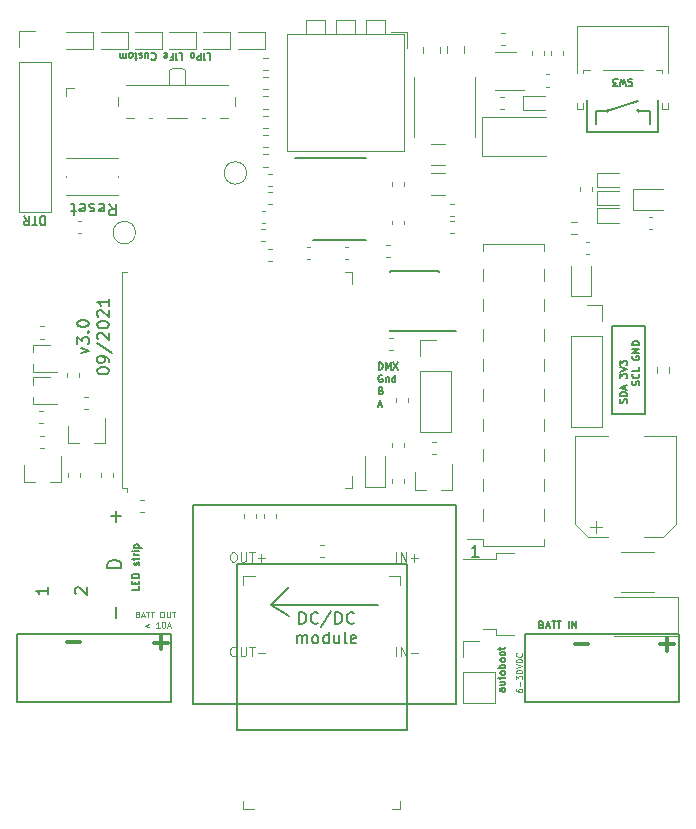
<source format=gto>
G04 #@! TF.GenerationSoftware,KiCad,Pcbnew,5.1.10*
G04 #@! TF.CreationDate,2021-09-13T08:22:59+02:00*
G04 #@! TF.ProjectId,KXKM_ESP32_battery_management_board,4b584b4d-5f45-4535-9033-325f62617474,3.0*
G04 #@! TF.SameCoordinates,PX623a7c0PY839b680*
G04 #@! TF.FileFunction,Legend,Top*
G04 #@! TF.FilePolarity,Positive*
%FSLAX46Y46*%
G04 Gerber Fmt 4.6, Leading zero omitted, Abs format (unit mm)*
G04 Created by KiCad (PCBNEW 5.1.10) date 2021-09-13 08:22:59*
%MOMM*%
%LPD*%
G01*
G04 APERTURE LIST*
%ADD10C,0.300000*%
%ADD11C,0.150000*%
%ADD12C,0.200000*%
%ADD13C,0.125000*%
%ADD14C,0.120000*%
%ADD15C,0.100000*%
G04 APERTURE END LIST*
D10*
X4428571Y5342858D02*
X5571428Y5342858D01*
D11*
X41521428Y1428572D02*
X41207142Y1428572D01*
X41150000Y1400000D01*
X41121428Y1342858D01*
X41121428Y1228572D01*
X41150000Y1171429D01*
X41492857Y1428572D02*
X41521428Y1371429D01*
X41521428Y1228572D01*
X41492857Y1171429D01*
X41435714Y1142858D01*
X41378571Y1142858D01*
X41321428Y1171429D01*
X41292857Y1228572D01*
X41292857Y1371429D01*
X41264285Y1428572D01*
X41121428Y1971429D02*
X41521428Y1971429D01*
X41121428Y1714286D02*
X41435714Y1714286D01*
X41492857Y1742858D01*
X41521428Y1800000D01*
X41521428Y1885715D01*
X41492857Y1942858D01*
X41464285Y1971429D01*
X41121428Y2171429D02*
X41121428Y2400000D01*
X40921428Y2257143D02*
X41435714Y2257143D01*
X41492857Y2285715D01*
X41521428Y2342858D01*
X41521428Y2400000D01*
X41521428Y2685715D02*
X41492857Y2628572D01*
X41464285Y2600000D01*
X41407142Y2571429D01*
X41235714Y2571429D01*
X41178571Y2600000D01*
X41150000Y2628572D01*
X41121428Y2685715D01*
X41121428Y2771429D01*
X41150000Y2828572D01*
X41178571Y2857143D01*
X41235714Y2885715D01*
X41407142Y2885715D01*
X41464285Y2857143D01*
X41492857Y2828572D01*
X41521428Y2771429D01*
X41521428Y2685715D01*
X41521428Y3142858D02*
X40921428Y3142858D01*
X41150000Y3142858D02*
X41121428Y3200000D01*
X41121428Y3314286D01*
X41150000Y3371429D01*
X41178571Y3400000D01*
X41235714Y3428572D01*
X41407142Y3428572D01*
X41464285Y3400000D01*
X41492857Y3371429D01*
X41521428Y3314286D01*
X41521428Y3200000D01*
X41492857Y3142858D01*
X41521428Y3771429D02*
X41492857Y3714286D01*
X41464285Y3685715D01*
X41407142Y3657143D01*
X41235714Y3657143D01*
X41178571Y3685715D01*
X41150000Y3714286D01*
X41121428Y3771429D01*
X41121428Y3857143D01*
X41150000Y3914286D01*
X41178571Y3942858D01*
X41235714Y3971429D01*
X41407142Y3971429D01*
X41464285Y3942858D01*
X41492857Y3914286D01*
X41521428Y3857143D01*
X41521428Y3771429D01*
X41521428Y4314286D02*
X41492857Y4257143D01*
X41464285Y4228572D01*
X41407142Y4200000D01*
X41235714Y4200000D01*
X41178571Y4228572D01*
X41150000Y4257143D01*
X41121428Y4314286D01*
X41121428Y4400000D01*
X41150000Y4457143D01*
X41178571Y4485715D01*
X41235714Y4514286D01*
X41407142Y4514286D01*
X41464285Y4485715D01*
X41492857Y4457143D01*
X41521428Y4400000D01*
X41521428Y4314286D01*
X41121428Y4685715D02*
X41121428Y4914286D01*
X40921428Y4771429D02*
X41435714Y4771429D01*
X41492857Y4800000D01*
X41521428Y4857143D01*
X41521428Y4914286D01*
D12*
X8595714Y7357143D02*
X8595714Y8271429D01*
X9052857Y11585715D02*
X7852857Y11585715D01*
X7852857Y11871429D01*
X7910000Y12042858D01*
X8024285Y12157143D01*
X8138571Y12214286D01*
X8367142Y12271429D01*
X8538571Y12271429D01*
X8767142Y12214286D01*
X8881428Y12157143D01*
X8995714Y12042858D01*
X9052857Y11871429D01*
X9052857Y11585715D01*
X8595714Y15528572D02*
X8595714Y16442858D01*
X9052857Y15985715D02*
X8138571Y15985715D01*
D11*
X2812380Y9975715D02*
X2812380Y9404286D01*
X2812380Y9690000D02*
X1812380Y9690000D01*
X1955238Y9594762D01*
X2050476Y9499524D01*
X2098095Y9404286D01*
X5207619Y9404286D02*
X5160000Y9451905D01*
X5112380Y9547143D01*
X5112380Y9785239D01*
X5160000Y9880477D01*
X5207619Y9928096D01*
X5302857Y9975715D01*
X5398095Y9975715D01*
X5540952Y9928096D01*
X6112380Y9356667D01*
X6112380Y9975715D01*
X10551428Y10041429D02*
X10551428Y9755715D01*
X9951428Y9755715D01*
X10237142Y10241429D02*
X10237142Y10441429D01*
X10551428Y10527143D02*
X10551428Y10241429D01*
X9951428Y10241429D01*
X9951428Y10527143D01*
X10551428Y10784286D02*
X9951428Y10784286D01*
X9951428Y10927143D01*
X9980000Y11012858D01*
X10037142Y11070000D01*
X10094285Y11098572D01*
X10208571Y11127143D01*
X10294285Y11127143D01*
X10408571Y11098572D01*
X10465714Y11070000D01*
X10522857Y11012858D01*
X10551428Y10927143D01*
X10551428Y10784286D01*
X10522857Y11812858D02*
X10551428Y11870000D01*
X10551428Y11984286D01*
X10522857Y12041429D01*
X10465714Y12070000D01*
X10437142Y12070000D01*
X10380000Y12041429D01*
X10351428Y11984286D01*
X10351428Y11898572D01*
X10322857Y11841429D01*
X10265714Y11812858D01*
X10237142Y11812858D01*
X10180000Y11841429D01*
X10151428Y11898572D01*
X10151428Y11984286D01*
X10180000Y12041429D01*
X10151428Y12241429D02*
X10151428Y12470000D01*
X9951428Y12327143D02*
X10465714Y12327143D01*
X10522857Y12355715D01*
X10551428Y12412858D01*
X10551428Y12470000D01*
X10551428Y12670000D02*
X10151428Y12670000D01*
X10265714Y12670000D02*
X10208571Y12698572D01*
X10180000Y12727143D01*
X10151428Y12784286D01*
X10151428Y12841429D01*
X10551428Y13041429D02*
X10151428Y13041429D01*
X9951428Y13041429D02*
X9980000Y13012858D01*
X10008571Y13041429D01*
X9980000Y13070000D01*
X9951428Y13041429D01*
X10008571Y13041429D01*
X10151428Y13327143D02*
X10751428Y13327143D01*
X10180000Y13327143D02*
X10151428Y13384286D01*
X10151428Y13498572D01*
X10180000Y13555715D01*
X10208571Y13584286D01*
X10265714Y13612858D01*
X10437142Y13612858D01*
X10494285Y13584286D01*
X10522857Y13555715D01*
X10551428Y13498572D01*
X10551428Y13384286D01*
X10522857Y13327143D01*
X44642857Y6792858D02*
X44728571Y6764286D01*
X44757142Y6735715D01*
X44785714Y6678572D01*
X44785714Y6592858D01*
X44757142Y6535715D01*
X44728571Y6507143D01*
X44671428Y6478572D01*
X44442857Y6478572D01*
X44442857Y7078572D01*
X44642857Y7078572D01*
X44700000Y7050000D01*
X44728571Y7021429D01*
X44757142Y6964286D01*
X44757142Y6907143D01*
X44728571Y6850000D01*
X44700000Y6821429D01*
X44642857Y6792858D01*
X44442857Y6792858D01*
X45014285Y6650000D02*
X45300000Y6650000D01*
X44957142Y6478572D02*
X45157142Y7078572D01*
X45357142Y6478572D01*
X45471428Y7078572D02*
X45814285Y7078572D01*
X45642857Y6478572D02*
X45642857Y7078572D01*
X45928571Y7078572D02*
X46271428Y7078572D01*
X46100000Y6478572D02*
X46100000Y7078572D01*
X46928571Y6478572D02*
X46928571Y7078572D01*
X47214285Y6478572D02*
X47214285Y7078572D01*
X47557142Y6478572D01*
X47557142Y7078572D01*
X13250000Y6000000D02*
X250000Y6000000D01*
X13250000Y250000D02*
X13250000Y6000000D01*
X250000Y250000D02*
X250000Y6000000D01*
X13250000Y250000D02*
X250000Y250000D01*
X56250000Y6000000D02*
X56250000Y250000D01*
X43250000Y6000000D02*
X56250000Y6000000D01*
X43250000Y250000D02*
X43250000Y6000000D01*
X56250000Y250000D02*
X43250000Y250000D01*
X53350000Y24600000D02*
X50600000Y24600000D01*
X53350000Y32100000D02*
X53350000Y24600000D01*
X50600000Y32100000D02*
X53350000Y32100000D01*
X50600000Y24600000D02*
X50600000Y32100000D01*
X51817857Y25564286D02*
X51846428Y25650000D01*
X51846428Y25792858D01*
X51817857Y25850000D01*
X51789285Y25878572D01*
X51732142Y25907143D01*
X51675000Y25907143D01*
X51617857Y25878572D01*
X51589285Y25850000D01*
X51560714Y25792858D01*
X51532142Y25678572D01*
X51503571Y25621429D01*
X51475000Y25592858D01*
X51417857Y25564286D01*
X51360714Y25564286D01*
X51303571Y25592858D01*
X51275000Y25621429D01*
X51246428Y25678572D01*
X51246428Y25821429D01*
X51275000Y25907143D01*
X51846428Y26164286D02*
X51246428Y26164286D01*
X51246428Y26307143D01*
X51275000Y26392858D01*
X51332142Y26450000D01*
X51389285Y26478572D01*
X51503571Y26507143D01*
X51589285Y26507143D01*
X51703571Y26478572D01*
X51760714Y26450000D01*
X51817857Y26392858D01*
X51846428Y26307143D01*
X51846428Y26164286D01*
X51675000Y26735715D02*
X51675000Y27021429D01*
X51846428Y26678572D02*
X51246428Y26878572D01*
X51846428Y27078572D01*
X51246428Y27678572D02*
X51246428Y28050000D01*
X51475000Y27850000D01*
X51475000Y27935715D01*
X51503571Y27992858D01*
X51532142Y28021429D01*
X51589285Y28050000D01*
X51732142Y28050000D01*
X51789285Y28021429D01*
X51817857Y27992858D01*
X51846428Y27935715D01*
X51846428Y27764286D01*
X51817857Y27707143D01*
X51789285Y27678572D01*
X51246428Y28221429D02*
X51846428Y28421429D01*
X51246428Y28621429D01*
X51246428Y28764286D02*
X51246428Y29135715D01*
X51475000Y28935715D01*
X51475000Y29021429D01*
X51503571Y29078572D01*
X51532142Y29107143D01*
X51589285Y29135715D01*
X51732142Y29135715D01*
X51789285Y29107143D01*
X51817857Y29078572D01*
X51846428Y29021429D01*
X51846428Y28850000D01*
X51817857Y28792858D01*
X51789285Y28764286D01*
X52867857Y27092858D02*
X52896428Y27178572D01*
X52896428Y27321429D01*
X52867857Y27378572D01*
X52839285Y27407143D01*
X52782142Y27435715D01*
X52725000Y27435715D01*
X52667857Y27407143D01*
X52639285Y27378572D01*
X52610714Y27321429D01*
X52582142Y27207143D01*
X52553571Y27150000D01*
X52525000Y27121429D01*
X52467857Y27092858D01*
X52410714Y27092858D01*
X52353571Y27121429D01*
X52325000Y27150000D01*
X52296428Y27207143D01*
X52296428Y27350000D01*
X52325000Y27435715D01*
X52839285Y28035715D02*
X52867857Y28007143D01*
X52896428Y27921429D01*
X52896428Y27864286D01*
X52867857Y27778572D01*
X52810714Y27721429D01*
X52753571Y27692858D01*
X52639285Y27664286D01*
X52553571Y27664286D01*
X52439285Y27692858D01*
X52382142Y27721429D01*
X52325000Y27778572D01*
X52296428Y27864286D01*
X52296428Y27921429D01*
X52325000Y28007143D01*
X52353571Y28035715D01*
X52896428Y28578572D02*
X52896428Y28292858D01*
X52296428Y28292858D01*
X52325000Y29550000D02*
X52296428Y29492858D01*
X52296428Y29407143D01*
X52325000Y29321429D01*
X52382142Y29264286D01*
X52439285Y29235715D01*
X52553571Y29207143D01*
X52639285Y29207143D01*
X52753571Y29235715D01*
X52810714Y29264286D01*
X52867857Y29321429D01*
X52896428Y29407143D01*
X52896428Y29464286D01*
X52867857Y29550000D01*
X52839285Y29578572D01*
X52639285Y29578572D01*
X52639285Y29464286D01*
X52896428Y29835715D02*
X52296428Y29835715D01*
X52896428Y30178572D01*
X52296428Y30178572D01*
X52896428Y30464286D02*
X52296428Y30464286D01*
X52296428Y30607143D01*
X52325000Y30692858D01*
X52382142Y30750000D01*
X52439285Y30778572D01*
X52553571Y30807143D01*
X52639285Y30807143D01*
X52753571Y30778572D01*
X52810714Y30750000D01*
X52867857Y30692858D01*
X52896428Y30607143D01*
X52896428Y30464286D01*
X30840357Y28403572D02*
X30840357Y29003572D01*
X30983214Y29003572D01*
X31068928Y28975000D01*
X31126071Y28917858D01*
X31154642Y28860715D01*
X31183214Y28746429D01*
X31183214Y28660715D01*
X31154642Y28546429D01*
X31126071Y28489286D01*
X31068928Y28432143D01*
X30983214Y28403572D01*
X30840357Y28403572D01*
X31440357Y28403572D02*
X31440357Y29003572D01*
X31640357Y28575000D01*
X31840357Y29003572D01*
X31840357Y28403572D01*
X32068928Y29003572D02*
X32468928Y28403572D01*
X32468928Y29003572D02*
X32068928Y28403572D01*
X31154642Y27925000D02*
X31097500Y27953572D01*
X31011785Y27953572D01*
X30926071Y27925000D01*
X30868928Y27867858D01*
X30840357Y27810715D01*
X30811785Y27696429D01*
X30811785Y27610715D01*
X30840357Y27496429D01*
X30868928Y27439286D01*
X30926071Y27382143D01*
X31011785Y27353572D01*
X31068928Y27353572D01*
X31154642Y27382143D01*
X31183214Y27410715D01*
X31183214Y27610715D01*
X31068928Y27610715D01*
X31440357Y27753572D02*
X31440357Y27353572D01*
X31440357Y27696429D02*
X31468928Y27725000D01*
X31526071Y27753572D01*
X31611785Y27753572D01*
X31668928Y27725000D01*
X31697500Y27667858D01*
X31697500Y27353572D01*
X32240357Y27353572D02*
X32240357Y27953572D01*
X32240357Y27382143D02*
X32183214Y27353572D01*
X32068928Y27353572D01*
X32011785Y27382143D01*
X31983214Y27410715D01*
X31954642Y27467858D01*
X31954642Y27639286D01*
X31983214Y27696429D01*
X32011785Y27725000D01*
X32068928Y27753572D01*
X32183214Y27753572D01*
X32240357Y27725000D01*
X31040357Y26617858D02*
X31126071Y26589286D01*
X31154642Y26560715D01*
X31183214Y26503572D01*
X31183214Y26417858D01*
X31154642Y26360715D01*
X31126071Y26332143D01*
X31068928Y26303572D01*
X30840357Y26303572D01*
X30840357Y26903572D01*
X31040357Y26903572D01*
X31097500Y26875000D01*
X31126071Y26846429D01*
X31154642Y26789286D01*
X31154642Y26732143D01*
X31126071Y26675000D01*
X31097500Y26646429D01*
X31040357Y26617858D01*
X30840357Y26617858D01*
X30811785Y25425000D02*
X31097500Y25425000D01*
X30754642Y25253572D02*
X30954642Y25853572D01*
X31154642Y25253572D01*
X2567142Y41401905D02*
X2567142Y40601905D01*
X2388571Y40601905D01*
X2281428Y40640000D01*
X2210000Y40716191D01*
X2174285Y40792381D01*
X2138571Y40944762D01*
X2138571Y41059048D01*
X2174285Y41211429D01*
X2210000Y41287620D01*
X2281428Y41363810D01*
X2388571Y41401905D01*
X2567142Y41401905D01*
X1924285Y40601905D02*
X1495714Y40601905D01*
X1710000Y41401905D02*
X1710000Y40601905D01*
X817142Y41401905D02*
X1067142Y41020953D01*
X1245714Y41401905D02*
X1245714Y40601905D01*
X960000Y40601905D01*
X888571Y40640000D01*
X852857Y40678096D01*
X817142Y40754286D01*
X817142Y40868572D01*
X852857Y40944762D01*
X888571Y40982858D01*
X960000Y41020953D01*
X1245714Y41020953D01*
D12*
X5635714Y29771429D02*
X6302380Y30009524D01*
X5635714Y30247620D01*
X5302380Y30533334D02*
X5302380Y31152381D01*
X5683333Y30819048D01*
X5683333Y30961905D01*
X5730952Y31057143D01*
X5778571Y31104762D01*
X5873809Y31152381D01*
X6111904Y31152381D01*
X6207142Y31104762D01*
X6254761Y31057143D01*
X6302380Y30961905D01*
X6302380Y30676191D01*
X6254761Y30580953D01*
X6207142Y30533334D01*
X6207142Y31580953D02*
X6254761Y31628572D01*
X6302380Y31580953D01*
X6254761Y31533334D01*
X6207142Y31580953D01*
X6302380Y31580953D01*
X5302380Y32247620D02*
X5302380Y32342858D01*
X5350000Y32438096D01*
X5397619Y32485715D01*
X5492857Y32533334D01*
X5683333Y32580953D01*
X5921428Y32580953D01*
X6111904Y32533334D01*
X6207142Y32485715D01*
X6254761Y32438096D01*
X6302380Y32342858D01*
X6302380Y32247620D01*
X6254761Y32152381D01*
X6207142Y32104762D01*
X6111904Y32057143D01*
X5921428Y32009524D01*
X5683333Y32009524D01*
X5492857Y32057143D01*
X5397619Y32104762D01*
X5350000Y32152381D01*
X5302380Y32247620D01*
X7002380Y28247620D02*
X7002380Y28342858D01*
X7050000Y28438096D01*
X7097619Y28485715D01*
X7192857Y28533334D01*
X7383333Y28580953D01*
X7621428Y28580953D01*
X7811904Y28533334D01*
X7907142Y28485715D01*
X7954761Y28438096D01*
X8002380Y28342858D01*
X8002380Y28247620D01*
X7954761Y28152381D01*
X7907142Y28104762D01*
X7811904Y28057143D01*
X7621428Y28009524D01*
X7383333Y28009524D01*
X7192857Y28057143D01*
X7097619Y28104762D01*
X7050000Y28152381D01*
X7002380Y28247620D01*
X8002380Y29057143D02*
X8002380Y29247620D01*
X7954761Y29342858D01*
X7907142Y29390477D01*
X7764285Y29485715D01*
X7573809Y29533334D01*
X7192857Y29533334D01*
X7097619Y29485715D01*
X7050000Y29438096D01*
X7002380Y29342858D01*
X7002380Y29152381D01*
X7050000Y29057143D01*
X7097619Y29009524D01*
X7192857Y28961905D01*
X7430952Y28961905D01*
X7526190Y29009524D01*
X7573809Y29057143D01*
X7621428Y29152381D01*
X7621428Y29342858D01*
X7573809Y29438096D01*
X7526190Y29485715D01*
X7430952Y29533334D01*
X6954761Y30676191D02*
X8240476Y29819048D01*
X7097619Y30961905D02*
X7050000Y31009524D01*
X7002380Y31104762D01*
X7002380Y31342858D01*
X7050000Y31438096D01*
X7097619Y31485715D01*
X7192857Y31533334D01*
X7288095Y31533334D01*
X7430952Y31485715D01*
X8002380Y30914286D01*
X8002380Y31533334D01*
X7002380Y32152381D02*
X7002380Y32247620D01*
X7050000Y32342858D01*
X7097619Y32390477D01*
X7192857Y32438096D01*
X7383333Y32485715D01*
X7621428Y32485715D01*
X7811904Y32438096D01*
X7907142Y32390477D01*
X7954761Y32342858D01*
X8002380Y32247620D01*
X8002380Y32152381D01*
X7954761Y32057143D01*
X7907142Y32009524D01*
X7811904Y31961905D01*
X7621428Y31914286D01*
X7383333Y31914286D01*
X7192857Y31961905D01*
X7097619Y32009524D01*
X7050000Y32057143D01*
X7002380Y32152381D01*
X7097619Y32866667D02*
X7050000Y32914286D01*
X7002380Y33009524D01*
X7002380Y33247620D01*
X7050000Y33342858D01*
X7097619Y33390477D01*
X7192857Y33438096D01*
X7288095Y33438096D01*
X7430952Y33390477D01*
X8002380Y32819048D01*
X8002380Y33438096D01*
X8002380Y34390477D02*
X8002380Y33819048D01*
X8002380Y34104762D02*
X7002380Y34104762D01*
X7145238Y34009524D01*
X7240476Y33914286D01*
X7288095Y33819048D01*
X39285714Y12547620D02*
X38714285Y12547620D01*
X39000000Y12547620D02*
X39000000Y13547620D01*
X38904761Y13404762D01*
X38809523Y13309524D01*
X38714285Y13261905D01*
D10*
X11828571Y5292858D02*
X12971428Y5292858D01*
X12400000Y4721429D02*
X12400000Y5864286D01*
X47428571Y5142858D02*
X48571428Y5142858D01*
X54678571Y5142858D02*
X55821428Y5142858D01*
X55250000Y4571429D02*
X55250000Y5714286D01*
D13*
X10445238Y7673215D02*
X10516666Y7649405D01*
X10540476Y7625596D01*
X10564285Y7577977D01*
X10564285Y7506548D01*
X10540476Y7458929D01*
X10516666Y7435120D01*
X10469047Y7411310D01*
X10278571Y7411310D01*
X10278571Y7911310D01*
X10445238Y7911310D01*
X10492857Y7887500D01*
X10516666Y7863691D01*
X10540476Y7816072D01*
X10540476Y7768453D01*
X10516666Y7720834D01*
X10492857Y7697024D01*
X10445238Y7673215D01*
X10278571Y7673215D01*
X10754761Y7554167D02*
X10992857Y7554167D01*
X10707142Y7411310D02*
X10873809Y7911310D01*
X11040476Y7411310D01*
X11135714Y7911310D02*
X11421428Y7911310D01*
X11278571Y7411310D02*
X11278571Y7911310D01*
X11516666Y7911310D02*
X11802380Y7911310D01*
X11659523Y7411310D02*
X11659523Y7911310D01*
X12445238Y7911310D02*
X12540476Y7911310D01*
X12588095Y7887500D01*
X12635714Y7839881D01*
X12659523Y7744643D01*
X12659523Y7577977D01*
X12635714Y7482739D01*
X12588095Y7435120D01*
X12540476Y7411310D01*
X12445238Y7411310D01*
X12397619Y7435120D01*
X12350000Y7482739D01*
X12326190Y7577977D01*
X12326190Y7744643D01*
X12350000Y7839881D01*
X12397619Y7887500D01*
X12445238Y7911310D01*
X12873809Y7911310D02*
X12873809Y7506548D01*
X12897619Y7458929D01*
X12921428Y7435120D01*
X12969047Y7411310D01*
X13064285Y7411310D01*
X13111904Y7435120D01*
X13135714Y7458929D01*
X13159523Y7506548D01*
X13159523Y7911310D01*
X13326190Y7911310D02*
X13611904Y7911310D01*
X13469047Y7411310D02*
X13469047Y7911310D01*
X11409523Y6869643D02*
X11028571Y6726786D01*
X11409523Y6583929D01*
X12290476Y6536310D02*
X12004761Y6536310D01*
X12147619Y6536310D02*
X12147619Y7036310D01*
X12100000Y6964881D01*
X12052380Y6917262D01*
X12004761Y6893453D01*
X12600000Y7036310D02*
X12647619Y7036310D01*
X12695238Y7012500D01*
X12719047Y6988691D01*
X12742857Y6941072D01*
X12766666Y6845834D01*
X12766666Y6726786D01*
X12742857Y6631548D01*
X12719047Y6583929D01*
X12695238Y6560120D01*
X12647619Y6536310D01*
X12600000Y6536310D01*
X12552380Y6560120D01*
X12528571Y6583929D01*
X12504761Y6631548D01*
X12480952Y6726786D01*
X12480952Y6845834D01*
X12504761Y6941072D01*
X12528571Y6988691D01*
X12552380Y7012500D01*
X12600000Y7036310D01*
X12957142Y6679167D02*
X13195238Y6679167D01*
X12909523Y6536310D02*
X13076190Y7036310D01*
X13242857Y6536310D01*
D11*
X16282857Y55221429D02*
X16568571Y55221429D01*
X16568571Y54621429D01*
X16082857Y55221429D02*
X16082857Y54821429D01*
X16082857Y54621429D02*
X16111428Y54650000D01*
X16082857Y54678572D01*
X16054285Y54650000D01*
X16082857Y54621429D01*
X16082857Y54678572D01*
X15797142Y55221429D02*
X15797142Y54621429D01*
X15568571Y54621429D01*
X15511428Y54650000D01*
X15482857Y54678572D01*
X15454285Y54735715D01*
X15454285Y54821429D01*
X15482857Y54878572D01*
X15511428Y54907143D01*
X15568571Y54935715D01*
X15797142Y54935715D01*
X15111428Y55221429D02*
X15168571Y55192858D01*
X15197142Y55164286D01*
X15225714Y55107143D01*
X15225714Y54935715D01*
X15197142Y54878572D01*
X15168571Y54850000D01*
X15111428Y54821429D01*
X15025714Y54821429D01*
X14968571Y54850000D01*
X14940000Y54878572D01*
X14911428Y54935715D01*
X14911428Y55107143D01*
X14940000Y55164286D01*
X14968571Y55192858D01*
X15025714Y55221429D01*
X15111428Y55221429D01*
X13911428Y55221429D02*
X14197142Y55221429D01*
X14197142Y54621429D01*
X13711428Y55221429D02*
X13711428Y54821429D01*
X13711428Y54621429D02*
X13740000Y54650000D01*
X13711428Y54678572D01*
X13682857Y54650000D01*
X13711428Y54621429D01*
X13711428Y54678572D01*
X13225714Y54907143D02*
X13425714Y54907143D01*
X13425714Y55221429D02*
X13425714Y54621429D01*
X13140000Y54621429D01*
X12682857Y55192858D02*
X12740000Y55221429D01*
X12854285Y55221429D01*
X12911428Y55192858D01*
X12940000Y55135715D01*
X12940000Y54907143D01*
X12911428Y54850000D01*
X12854285Y54821429D01*
X12740000Y54821429D01*
X12682857Y54850000D01*
X12654285Y54907143D01*
X12654285Y54964286D01*
X12940000Y55021429D01*
X11597142Y55164286D02*
X11625714Y55192858D01*
X11711428Y55221429D01*
X11768571Y55221429D01*
X11854285Y55192858D01*
X11911428Y55135715D01*
X11940000Y55078572D01*
X11968571Y54964286D01*
X11968571Y54878572D01*
X11940000Y54764286D01*
X11911428Y54707143D01*
X11854285Y54650000D01*
X11768571Y54621429D01*
X11711428Y54621429D01*
X11625714Y54650000D01*
X11597142Y54678572D01*
X11082857Y54821429D02*
X11082857Y55221429D01*
X11340000Y54821429D02*
X11340000Y55135715D01*
X11311428Y55192858D01*
X11254285Y55221429D01*
X11168571Y55221429D01*
X11111428Y55192858D01*
X11082857Y55164286D01*
X10825714Y55192858D02*
X10768571Y55221429D01*
X10654285Y55221429D01*
X10597142Y55192858D01*
X10568571Y55135715D01*
X10568571Y55107143D01*
X10597142Y55050000D01*
X10654285Y55021429D01*
X10740000Y55021429D01*
X10797142Y54992858D01*
X10825714Y54935715D01*
X10825714Y54907143D01*
X10797142Y54850000D01*
X10740000Y54821429D01*
X10654285Y54821429D01*
X10597142Y54850000D01*
X10397142Y54821429D02*
X10168571Y54821429D01*
X10311428Y54621429D02*
X10311428Y55135715D01*
X10282857Y55192858D01*
X10225714Y55221429D01*
X10168571Y55221429D01*
X9882857Y55221429D02*
X9940000Y55192858D01*
X9968571Y55164286D01*
X9997142Y55107143D01*
X9997142Y54935715D01*
X9968571Y54878572D01*
X9940000Y54850000D01*
X9882857Y54821429D01*
X9797142Y54821429D01*
X9740000Y54850000D01*
X9711428Y54878572D01*
X9682857Y54935715D01*
X9682857Y55107143D01*
X9711428Y55164286D01*
X9740000Y55192858D01*
X9797142Y55221429D01*
X9882857Y55221429D01*
X9425714Y55221429D02*
X9425714Y54821429D01*
X9425714Y54878572D02*
X9397142Y54850000D01*
X9340000Y54821429D01*
X9254285Y54821429D01*
X9197142Y54850000D01*
X9168571Y54907143D01*
X9168571Y55221429D01*
X9168571Y54907143D02*
X9140000Y54850000D01*
X9082857Y54821429D01*
X8997142Y54821429D01*
X8940000Y54850000D01*
X8911428Y54907143D01*
X8911428Y55221429D01*
D12*
X7988095Y42452381D02*
X8321428Y41976191D01*
X8559523Y42452381D02*
X8559523Y41452381D01*
X8178571Y41452381D01*
X8083333Y41500000D01*
X8035714Y41547620D01*
X7988095Y41642858D01*
X7988095Y41785715D01*
X8035714Y41880953D01*
X8083333Y41928572D01*
X8178571Y41976191D01*
X8559523Y41976191D01*
X7178571Y42404762D02*
X7273809Y42452381D01*
X7464285Y42452381D01*
X7559523Y42404762D01*
X7607142Y42309524D01*
X7607142Y41928572D01*
X7559523Y41833334D01*
X7464285Y41785715D01*
X7273809Y41785715D01*
X7178571Y41833334D01*
X7130952Y41928572D01*
X7130952Y42023810D01*
X7607142Y42119048D01*
X6750000Y42404762D02*
X6654761Y42452381D01*
X6464285Y42452381D01*
X6369047Y42404762D01*
X6321428Y42309524D01*
X6321428Y42261905D01*
X6369047Y42166667D01*
X6464285Y42119048D01*
X6607142Y42119048D01*
X6702380Y42071429D01*
X6750000Y41976191D01*
X6750000Y41928572D01*
X6702380Y41833334D01*
X6607142Y41785715D01*
X6464285Y41785715D01*
X6369047Y41833334D01*
X5511904Y42404762D02*
X5607142Y42452381D01*
X5797619Y42452381D01*
X5892857Y42404762D01*
X5940476Y42309524D01*
X5940476Y41928572D01*
X5892857Y41833334D01*
X5797619Y41785715D01*
X5607142Y41785715D01*
X5511904Y41833334D01*
X5464285Y41928572D01*
X5464285Y42023810D01*
X5940476Y42119048D01*
X5178571Y41785715D02*
X4797619Y41785715D01*
X5035714Y41452381D02*
X5035714Y42309524D01*
X4988095Y42404762D01*
X4892857Y42452381D01*
X4797619Y42452381D01*
D13*
X42476190Y1345239D02*
X42476190Y1250000D01*
X42500000Y1202381D01*
X42523809Y1178572D01*
X42595238Y1130953D01*
X42690476Y1107143D01*
X42880952Y1107143D01*
X42928571Y1130953D01*
X42952380Y1154762D01*
X42976190Y1202381D01*
X42976190Y1297620D01*
X42952380Y1345239D01*
X42928571Y1369048D01*
X42880952Y1392858D01*
X42761904Y1392858D01*
X42714285Y1369048D01*
X42690476Y1345239D01*
X42666666Y1297620D01*
X42666666Y1202381D01*
X42690476Y1154762D01*
X42714285Y1130953D01*
X42761904Y1107143D01*
X42785714Y1607143D02*
X42785714Y1988096D01*
X42476190Y2178572D02*
X42476190Y2488096D01*
X42666666Y2321429D01*
X42666666Y2392858D01*
X42690476Y2440477D01*
X42714285Y2464286D01*
X42761904Y2488096D01*
X42880952Y2488096D01*
X42928571Y2464286D01*
X42952380Y2440477D01*
X42976190Y2392858D01*
X42976190Y2250000D01*
X42952380Y2202381D01*
X42928571Y2178572D01*
X42476190Y2797620D02*
X42476190Y2845239D01*
X42500000Y2892858D01*
X42523809Y2916667D01*
X42571428Y2940477D01*
X42666666Y2964286D01*
X42785714Y2964286D01*
X42880952Y2940477D01*
X42928571Y2916667D01*
X42952380Y2892858D01*
X42976190Y2845239D01*
X42976190Y2797620D01*
X42952380Y2750000D01*
X42928571Y2726191D01*
X42880952Y2702381D01*
X42785714Y2678572D01*
X42666666Y2678572D01*
X42571428Y2702381D01*
X42523809Y2726191D01*
X42500000Y2750000D01*
X42476190Y2797620D01*
X42476190Y3107143D02*
X42976190Y3273810D01*
X42476190Y3440477D01*
X42976190Y3607143D02*
X42476190Y3607143D01*
X42476190Y3726191D01*
X42500000Y3797620D01*
X42547619Y3845239D01*
X42595238Y3869048D01*
X42690476Y3892858D01*
X42761904Y3892858D01*
X42857142Y3869048D01*
X42904761Y3845239D01*
X42952380Y3797620D01*
X42976190Y3726191D01*
X42976190Y3607143D01*
X42928571Y4392858D02*
X42952380Y4369048D01*
X42976190Y4297620D01*
X42976190Y4250000D01*
X42952380Y4178572D01*
X42904761Y4130953D01*
X42857142Y4107143D01*
X42761904Y4083334D01*
X42690476Y4083334D01*
X42595238Y4107143D01*
X42547619Y4130953D01*
X42500000Y4178572D01*
X42476190Y4250000D01*
X42476190Y4297620D01*
X42500000Y4369048D01*
X42523809Y4392858D01*
D11*
X52300000Y52992858D02*
X52214285Y53021429D01*
X52071428Y53021429D01*
X52014285Y52992858D01*
X51985714Y52964286D01*
X51957142Y52907143D01*
X51957142Y52850000D01*
X51985714Y52792858D01*
X52014285Y52764286D01*
X52071428Y52735715D01*
X52185714Y52707143D01*
X52242857Y52678572D01*
X52271428Y52650000D01*
X52300000Y52592858D01*
X52300000Y52535715D01*
X52271428Y52478572D01*
X52242857Y52450000D01*
X52185714Y52421429D01*
X52042857Y52421429D01*
X51957142Y52450000D01*
X51757142Y52421429D02*
X51614285Y53021429D01*
X51500000Y52592858D01*
X51385714Y53021429D01*
X51242857Y52421429D01*
X51071428Y52421429D02*
X50700000Y52421429D01*
X50900000Y52650000D01*
X50814285Y52650000D01*
X50757142Y52678572D01*
X50728571Y52707143D01*
X50700000Y52764286D01*
X50700000Y52907143D01*
X50728571Y52964286D01*
X50757142Y52992858D01*
X50814285Y53021429D01*
X50985714Y53021429D01*
X51042857Y52992858D01*
X51071428Y52964286D01*
D12*
X52900000Y50300000D02*
G75*
G03*
X52900000Y50300000I-100000J0D01*
G01*
X50300000Y50300000D02*
G75*
G03*
X50300000Y50300000I-100000J0D01*
G01*
X53800000Y50300000D02*
X53800000Y49200000D01*
X52800000Y50300000D02*
X53800000Y50300000D01*
X50200000Y50300000D02*
X52800000Y51100000D01*
X49200000Y50300000D02*
X50200000Y50300000D01*
X49200000Y49200000D02*
X49200000Y50300000D01*
D11*
X24114285Y6872620D02*
X24114285Y7872620D01*
X24352380Y7872620D01*
X24495238Y7825000D01*
X24590476Y7729762D01*
X24638095Y7634524D01*
X24685714Y7444048D01*
X24685714Y7301191D01*
X24638095Y7110715D01*
X24590476Y7015477D01*
X24495238Y6920239D01*
X24352380Y6872620D01*
X24114285Y6872620D01*
X25685714Y6967858D02*
X25638095Y6920239D01*
X25495238Y6872620D01*
X25400000Y6872620D01*
X25257142Y6920239D01*
X25161904Y7015477D01*
X25114285Y7110715D01*
X25066666Y7301191D01*
X25066666Y7444048D01*
X25114285Y7634524D01*
X25161904Y7729762D01*
X25257142Y7825000D01*
X25400000Y7872620D01*
X25495238Y7872620D01*
X25638095Y7825000D01*
X25685714Y7777381D01*
X26828571Y7920239D02*
X25971428Y6634524D01*
X27161904Y6872620D02*
X27161904Y7872620D01*
X27400000Y7872620D01*
X27542857Y7825000D01*
X27638095Y7729762D01*
X27685714Y7634524D01*
X27733333Y7444048D01*
X27733333Y7301191D01*
X27685714Y7110715D01*
X27638095Y7015477D01*
X27542857Y6920239D01*
X27400000Y6872620D01*
X27161904Y6872620D01*
X28733333Y6967858D02*
X28685714Y6920239D01*
X28542857Y6872620D01*
X28447619Y6872620D01*
X28304761Y6920239D01*
X28209523Y7015477D01*
X28161904Y7110715D01*
X28114285Y7301191D01*
X28114285Y7444048D01*
X28161904Y7634524D01*
X28209523Y7729762D01*
X28304761Y7825000D01*
X28447619Y7872620D01*
X28542857Y7872620D01*
X28685714Y7825000D01*
X28733333Y7777381D01*
X23923809Y5222620D02*
X23923809Y5889286D01*
X23923809Y5794048D02*
X23971428Y5841667D01*
X24066666Y5889286D01*
X24209523Y5889286D01*
X24304761Y5841667D01*
X24352380Y5746429D01*
X24352380Y5222620D01*
X24352380Y5746429D02*
X24400000Y5841667D01*
X24495238Y5889286D01*
X24638095Y5889286D01*
X24733333Y5841667D01*
X24780952Y5746429D01*
X24780952Y5222620D01*
X25400000Y5222620D02*
X25304761Y5270239D01*
X25257142Y5317858D01*
X25209523Y5413096D01*
X25209523Y5698810D01*
X25257142Y5794048D01*
X25304761Y5841667D01*
X25400000Y5889286D01*
X25542857Y5889286D01*
X25638095Y5841667D01*
X25685714Y5794048D01*
X25733333Y5698810D01*
X25733333Y5413096D01*
X25685714Y5317858D01*
X25638095Y5270239D01*
X25542857Y5222620D01*
X25400000Y5222620D01*
X26590476Y5222620D02*
X26590476Y6222620D01*
X26590476Y5270239D02*
X26495238Y5222620D01*
X26304761Y5222620D01*
X26209523Y5270239D01*
X26161904Y5317858D01*
X26114285Y5413096D01*
X26114285Y5698810D01*
X26161904Y5794048D01*
X26209523Y5841667D01*
X26304761Y5889286D01*
X26495238Y5889286D01*
X26590476Y5841667D01*
X27495238Y5889286D02*
X27495238Y5222620D01*
X27066666Y5889286D02*
X27066666Y5365477D01*
X27114285Y5270239D01*
X27209523Y5222620D01*
X27352380Y5222620D01*
X27447619Y5270239D01*
X27495238Y5317858D01*
X28114285Y5222620D02*
X28019047Y5270239D01*
X27971428Y5365477D01*
X27971428Y6222620D01*
X28876190Y5270239D02*
X28780952Y5222620D01*
X28590476Y5222620D01*
X28495238Y5270239D01*
X28447619Y5365477D01*
X28447619Y5746429D01*
X28495238Y5841667D01*
X28590476Y5889286D01*
X28780952Y5889286D01*
X28876190Y5841667D01*
X28923809Y5746429D01*
X28923809Y5651191D01*
X28447619Y5555953D01*
D14*
X21002742Y50495500D02*
X21477258Y50495500D01*
X21002742Y51540500D02*
X21477258Y51540500D01*
X21477258Y53176500D02*
X21002742Y53176500D01*
X21477258Y52131500D02*
X21002742Y52131500D01*
X21002742Y53767500D02*
X21477258Y53767500D01*
X21002742Y54812500D02*
X21477258Y54812500D01*
X21002742Y48859500D02*
X21477258Y48859500D01*
X21002742Y49904500D02*
X21477258Y49904500D01*
X21002742Y45587500D02*
X21477258Y45587500D01*
X21002742Y46632500D02*
X21477258Y46632500D01*
X21477258Y48268500D02*
X21002742Y48268500D01*
X21477258Y47223500D02*
X21002742Y47223500D01*
X26299000Y56780000D02*
X24660000Y56780000D01*
X26299000Y57980000D02*
X24660000Y57980000D01*
X24660000Y57980000D02*
X24660000Y56780000D01*
X26299000Y57980000D02*
X26299000Y56780000D01*
X28840000Y56780000D02*
X27199000Y56780000D01*
X28840000Y57980000D02*
X27199000Y57980000D01*
X27199000Y57980000D02*
X27199000Y56780000D01*
X28840000Y57980000D02*
X28840000Y56780000D01*
X31380000Y56780000D02*
X29740000Y56780000D01*
X31380000Y57980000D02*
X29740000Y57980000D01*
X29740000Y57980000D02*
X29740000Y56780000D01*
X31380000Y57980000D02*
X31380000Y56780000D01*
X33220000Y57020000D02*
X31837000Y57020000D01*
X33220000Y57020000D02*
X33220000Y55636000D01*
X32980000Y46880000D02*
X23060000Y46880000D01*
X32980000Y56780000D02*
X23060000Y56780000D01*
X23060000Y56780000D02*
X23060000Y46880000D01*
X32980000Y56780000D02*
X32980000Y46880000D01*
X37995000Y180000D02*
X40655000Y180000D01*
X37995000Y2780000D02*
X37995000Y180000D01*
X40655000Y2780000D02*
X40655000Y180000D01*
X37995000Y2780000D02*
X40655000Y2780000D01*
X37995000Y4050000D02*
X37995000Y5380000D01*
X37995000Y5380000D02*
X39325000Y5380000D01*
X47597258Y39887500D02*
X47122742Y39887500D01*
X47597258Y40932500D02*
X47122742Y40932500D01*
X54387500Y28102742D02*
X54387500Y28577258D01*
X55432500Y28102742D02*
X55432500Y28577258D01*
X49300000Y42040000D02*
X49300000Y40840000D01*
X51150000Y42040000D02*
X49300000Y42040000D01*
X51150000Y40840000D02*
X49300000Y40840000D01*
X47120000Y34590000D02*
X48820000Y34590000D01*
X48820000Y34590000D02*
X48820000Y37140000D01*
X47120000Y34590000D02*
X47120000Y37140000D01*
X48670580Y38150000D02*
X48389420Y38150000D01*
X48670580Y39170000D02*
X48389420Y39170000D01*
X9550000Y18380000D02*
X9550000Y18000000D01*
X9130000Y18380000D02*
X9550000Y18380000D01*
X9130000Y36620000D02*
X9550000Y36620000D01*
X9130000Y18380000D02*
X9130000Y36620000D01*
X28570000Y36620000D02*
X28570000Y35620000D01*
X27950000Y36620000D02*
X28570000Y36620000D01*
X28570000Y18380000D02*
X28570000Y19380000D01*
X27950000Y18380000D02*
X28570000Y18380000D01*
X25837221Y12490000D02*
X26162779Y12490000D01*
X25837221Y13510000D02*
X26162779Y13510000D01*
X33920000Y18240000D02*
X33920000Y19700000D01*
X37080000Y18240000D02*
X37080000Y20400000D01*
X37080000Y18240000D02*
X36150000Y18240000D01*
X33920000Y18240000D02*
X34850000Y18240000D01*
D11*
X37350000Y100000D02*
X37350000Y16900000D01*
X37350000Y16900000D02*
X15150000Y16900000D01*
X15150000Y16900000D02*
X15150000Y100000D01*
X15150000Y100000D02*
X37350000Y100000D01*
X30750000Y8500000D02*
X21750000Y8500000D01*
X21750000Y8500000D02*
X23250000Y10000000D01*
X21750000Y8500000D02*
X23250000Y7500000D01*
D14*
X780000Y18890000D02*
X1710000Y18890000D01*
X3940000Y18890000D02*
X3010000Y18890000D01*
X3940000Y18890000D02*
X3940000Y21050000D01*
X780000Y18890000D02*
X780000Y20350000D01*
X4490000Y22150000D02*
X5420000Y22150000D01*
X7650000Y22150000D02*
X6720000Y22150000D01*
X7650000Y22150000D02*
X7650000Y24310000D01*
X4490000Y22150000D02*
X4490000Y23610000D01*
D11*
X33200000Y11900000D02*
X18800000Y11900000D01*
X33200000Y-2100000D02*
X33200000Y11900000D01*
X18800000Y-2100000D02*
X33200000Y-2100000D01*
X18800000Y11900000D02*
X18800000Y-2100000D01*
D15*
X32675000Y10925000D02*
X32675000Y10200000D01*
X31725000Y10925000D02*
X32675000Y10925000D01*
X19325000Y10925000D02*
X19325000Y10125000D01*
X20350000Y10925000D02*
X19325000Y10925000D01*
X32675000Y-8775000D02*
X31975000Y-8775000D01*
X32675000Y-8125000D02*
X32675000Y-8775000D01*
X19325000Y-8775000D02*
X19325000Y-8100000D01*
X20300000Y-8775000D02*
X19325000Y-8775000D01*
D14*
X56010000Y22760000D02*
X53260000Y22760000D01*
X47490000Y22760000D02*
X50240000Y22760000D01*
X47490000Y15304437D02*
X47490000Y22760000D01*
X56010000Y15304437D02*
X56010000Y22760000D01*
X54945563Y14240000D02*
X53260000Y14240000D01*
X48554437Y14240000D02*
X50240000Y14240000D01*
X48554437Y14240000D02*
X47490000Y15304437D01*
X54945563Y14240000D02*
X56010000Y15304437D01*
X49240000Y14600000D02*
X49240000Y15600000D01*
X48740000Y15100000D02*
X49740000Y15100000D01*
X9585000Y56985000D02*
X7300000Y56985000D01*
X9585000Y55515000D02*
X9585000Y56985000D01*
X7300000Y55515000D02*
X9585000Y55515000D01*
X49290000Y45060000D02*
X49290000Y43860000D01*
X51140000Y45060000D02*
X49290000Y45060000D01*
X51140000Y43860000D02*
X49290000Y43860000D01*
X36640000Y55241422D02*
X36640000Y55758578D01*
X38060000Y55241422D02*
X38060000Y55758578D01*
X40770000Y6430000D02*
X39670000Y6430000D01*
X40770000Y5960000D02*
X40770000Y6430000D01*
X42270000Y5960000D02*
X40770000Y5960000D01*
X40770000Y12390000D02*
X37940000Y12390000D01*
X40770000Y12860000D02*
X40770000Y12390000D01*
X42270000Y12860000D02*
X40770000Y12860000D01*
X41187221Y56910000D02*
X41512779Y56910000D01*
X41187221Y55890000D02*
X41512779Y55890000D01*
X46435000Y55362779D02*
X46435000Y55037221D01*
X45415000Y55362779D02*
X45415000Y55037221D01*
X43815000Y55387779D02*
X43815000Y55062221D01*
X44835000Y55387779D02*
X44835000Y55062221D01*
X44962221Y52365000D02*
X45287779Y52365000D01*
X44962221Y53385000D02*
X45287779Y53385000D01*
X48450000Y33830000D02*
X49780000Y33830000D01*
X49780000Y33830000D02*
X49780000Y32500000D01*
X49780000Y31230000D02*
X49780000Y23550000D01*
X47120000Y23550000D02*
X49780000Y23550000D01*
X47120000Y31230000D02*
X47120000Y23550000D01*
X47120000Y31230000D02*
X49780000Y31230000D01*
X39650000Y14060000D02*
X38290000Y14060000D01*
X44850000Y38440000D02*
X44850000Y39010000D01*
X44850000Y35900000D02*
X44850000Y36920000D01*
X44850000Y33360000D02*
X44850000Y34380000D01*
X44850000Y30820000D02*
X44850000Y31840000D01*
X44850000Y28280000D02*
X44850000Y29300000D01*
X44850000Y25740000D02*
X44850000Y26760000D01*
X44850000Y23200000D02*
X44850000Y24220000D01*
X44850000Y20660000D02*
X44850000Y21680000D01*
X44850000Y18120000D02*
X44850000Y19140000D01*
X44850000Y15580000D02*
X44850000Y16600000D01*
X44850000Y13490000D02*
X44850000Y14060000D01*
X44850000Y39010000D02*
X39650000Y39010000D01*
X39650000Y38440000D02*
X39650000Y39010000D01*
X39650000Y35900000D02*
X39650000Y36920000D01*
X39650000Y33360000D02*
X39650000Y34380000D01*
X39650000Y30820000D02*
X39650000Y31840000D01*
X39650000Y28280000D02*
X39650000Y29300000D01*
X39650000Y25740000D02*
X39650000Y26760000D01*
X39650000Y23200000D02*
X39650000Y24220000D01*
X39650000Y20660000D02*
X39650000Y21680000D01*
X39650000Y18120000D02*
X39650000Y19140000D01*
X39650000Y15580000D02*
X39650000Y16600000D01*
X39650000Y13490000D02*
X39650000Y14060000D01*
X44850000Y13490000D02*
X39650000Y13490000D01*
X38950000Y48075000D02*
X38950000Y53175000D01*
X33850000Y48075000D02*
X33850000Y53175000D01*
X1590000Y29860000D02*
X1590000Y30520000D01*
X1590000Y28200000D02*
X1590000Y28860000D01*
X1590000Y28200000D02*
X3620000Y28200000D01*
X3000000Y30520000D02*
X1590000Y30520000D01*
X2077221Y24880000D02*
X2402779Y24880000D01*
X2077221Y23860000D02*
X2402779Y23860000D01*
X21772779Y43960000D02*
X21447221Y43960000D01*
X21772779Y44980000D02*
X21447221Y44980000D01*
X25052779Y38810000D02*
X24727221Y38810000D01*
X25052779Y37790000D02*
X24727221Y37790000D01*
X27947221Y38800000D02*
X28272779Y38800000D01*
X27947221Y37780000D02*
X28272779Y37780000D01*
X20862221Y39265000D02*
X21187779Y39265000D01*
X20862221Y40285000D02*
X21187779Y40285000D01*
X21457221Y38650000D02*
X21782779Y38650000D01*
X21457221Y37630000D02*
X21782779Y37630000D01*
X29650000Y18500000D02*
X31350000Y18500000D01*
X31350000Y18500000D02*
X31350000Y21050000D01*
X29650000Y18500000D02*
X29650000Y21050000D01*
X3000000Y27770000D02*
X1590000Y27770000D01*
X1590000Y25450000D02*
X3620000Y25450000D01*
X1590000Y25450000D02*
X1590000Y26110000D01*
X1590000Y27110000D02*
X1590000Y27770000D01*
X19440000Y16162779D02*
X19440000Y15837221D01*
X20460000Y16162779D02*
X20460000Y15837221D01*
X5662779Y39990000D02*
X5337221Y39990000D01*
X5662779Y41010000D02*
X5337221Y41010000D01*
X21090000Y16162779D02*
X21090000Y15837221D01*
X22110000Y16162779D02*
X22110000Y15837221D01*
X5460000Y28102779D02*
X5460000Y27777221D01*
X4440000Y28102779D02*
X4440000Y27777221D01*
X2157221Y31030000D02*
X2482779Y31030000D01*
X2157221Y32050000D02*
X2482779Y32050000D01*
X31990000Y21837221D02*
X31990000Y22162779D01*
X33010000Y21837221D02*
X33010000Y22162779D01*
X5580000Y19347221D02*
X5580000Y19672779D01*
X4560000Y19347221D02*
X4560000Y19672779D01*
X8300000Y19612779D02*
X8300000Y19287221D01*
X7280000Y19612779D02*
X7280000Y19287221D01*
X2197221Y22790000D02*
X2522779Y22790000D01*
X2197221Y21770000D02*
X2522779Y21770000D01*
X5907221Y26070000D02*
X6232779Y26070000D01*
X5907221Y25050000D02*
X6232779Y25050000D01*
X31437221Y37890000D02*
X31762779Y37890000D01*
X31437221Y38910000D02*
X31762779Y38910000D01*
X35337221Y22260000D02*
X35662779Y22260000D01*
X35337221Y21240000D02*
X35662779Y21240000D01*
X39600000Y49825000D02*
X39600000Y46525000D01*
X39600000Y46525000D02*
X45000000Y46525000D01*
X39600000Y49825000D02*
X45000000Y49825000D01*
X44925000Y50375000D02*
X43075000Y50375000D01*
X44925000Y51575000D02*
X43075000Y51575000D01*
X43075000Y51575000D02*
X43075000Y50375000D01*
X49290000Y43560000D02*
X49290000Y42360000D01*
X51140000Y43560000D02*
X49290000Y43560000D01*
X51140000Y42360000D02*
X49290000Y42360000D01*
X18100000Y49680000D02*
X17400000Y49680000D01*
X10100000Y49680000D02*
X9400000Y49680000D01*
X16100000Y49680000D02*
X15900000Y49680000D01*
X11600000Y49680000D02*
X11400000Y49680000D01*
X14400000Y53770000D02*
X14200000Y53970000D01*
X13100000Y53770000D02*
X13300000Y53970000D01*
X14400000Y52470000D02*
X14400000Y53770000D01*
X13300000Y53970000D02*
X14200000Y53970000D01*
X13100000Y53770000D02*
X13100000Y52470000D01*
X18100000Y52470000D02*
X9400000Y52470000D01*
X14600000Y49680000D02*
X12900000Y49680000D01*
X18700000Y50680000D02*
X18700000Y51470000D01*
X8800000Y51470000D02*
X8800000Y50680000D01*
X4380000Y44680000D02*
X4380000Y44780000D01*
X8780000Y46280000D02*
X4380000Y46280000D01*
X4380000Y43180000D02*
X8780000Y43180000D01*
X8780000Y44680000D02*
X8780000Y44780000D01*
X10950279Y17360000D02*
X10624721Y17360000D01*
X10950279Y16340000D02*
X10624721Y16340000D01*
X31687221Y31110000D02*
X32012779Y31110000D01*
X31687221Y30090000D02*
X32012779Y30090000D01*
X41412779Y51510000D02*
X41087221Y51510000D01*
X41412779Y50490000D02*
X41087221Y50490000D01*
X31990000Y41012779D02*
X31990000Y40687221D01*
X33010000Y41012779D02*
X33010000Y40687221D01*
X21237779Y40800000D02*
X20912221Y40800000D01*
X21237779Y41820000D02*
X20912221Y41820000D01*
X33010000Y43937221D02*
X33010000Y44262779D01*
X31990000Y43937221D02*
X31990000Y44262779D01*
X21762779Y42390000D02*
X21437221Y42390000D01*
X21762779Y43410000D02*
X21437221Y43410000D01*
X36010000Y55216422D02*
X36010000Y55733578D01*
X34590000Y55216422D02*
X34590000Y55733578D01*
X36452064Y45715000D02*
X35247936Y45715000D01*
X36452064Y47535000D02*
X35247936Y47535000D01*
X36452064Y45035000D02*
X35247936Y45035000D01*
X36452064Y43215000D02*
X35247936Y43215000D01*
X4370000Y51570000D02*
X4370000Y52205000D01*
X4370000Y52205000D02*
X5005000Y52205000D01*
X420000Y41720000D02*
X3080000Y41720000D01*
X420000Y54480000D02*
X420000Y41720000D01*
X3080000Y54480000D02*
X3080000Y41720000D01*
X420000Y54480000D02*
X3080000Y54480000D01*
X420000Y55750000D02*
X420000Y57080000D01*
X420000Y57080000D02*
X1750000Y57080000D01*
X52350000Y43650000D02*
X52350000Y41950000D01*
X52350000Y41950000D02*
X54900000Y41950000D01*
X52350000Y43650000D02*
X54900000Y43650000D01*
X21185000Y56985000D02*
X18900000Y56985000D01*
X21185000Y55515000D02*
X21185000Y56985000D01*
X18900000Y55515000D02*
X21185000Y55515000D01*
X13100000Y55515000D02*
X15385000Y55515000D01*
X15385000Y55515000D02*
X15385000Y56985000D01*
X15385000Y56985000D02*
X13100000Y56985000D01*
X18285000Y56985000D02*
X16000000Y56985000D01*
X18285000Y55515000D02*
X18285000Y56985000D01*
X16000000Y55515000D02*
X18285000Y55515000D01*
X4400000Y55515000D02*
X6685000Y55515000D01*
X6685000Y55515000D02*
X6685000Y56985000D01*
X6685000Y56985000D02*
X4400000Y56985000D01*
X10200000Y55515000D02*
X12485000Y55515000D01*
X12485000Y55515000D02*
X12485000Y56985000D01*
X12485000Y56985000D02*
X10200000Y56985000D01*
D11*
X35975000Y31625000D02*
X35975000Y31675000D01*
X31825000Y31625000D02*
X31825000Y31770000D01*
X31825000Y36775000D02*
X31825000Y36630000D01*
X35975000Y36775000D02*
X35975000Y36630000D01*
X35975000Y31625000D02*
X31825000Y31625000D01*
X35975000Y36775000D02*
X31825000Y36775000D01*
X35975000Y31675000D02*
X37375000Y31675000D01*
X25275000Y39400000D02*
X29725000Y39400000D01*
X23750000Y46300000D02*
X29725000Y46300000D01*
D14*
X42450000Y55310000D02*
X40650000Y55310000D01*
X40650000Y52090000D02*
X43100000Y52090000D01*
X53687221Y41310000D02*
X54012779Y41310000D01*
X53687221Y40290000D02*
X54012779Y40290000D01*
X48900000Y43497221D02*
X48900000Y43822779D01*
X47880000Y43497221D02*
X47880000Y43822779D01*
X32270000Y25627221D02*
X32270000Y25952779D01*
X33290000Y25627221D02*
X33290000Y25952779D01*
X31990000Y18799721D02*
X31990000Y19125279D01*
X33010000Y18799721D02*
X33010000Y19125279D01*
X37212779Y39940000D02*
X36887221Y39940000D01*
X37212779Y40960000D02*
X36887221Y40960000D01*
X36887221Y42460000D02*
X37212779Y42460000D01*
X36887221Y41440000D02*
X37212779Y41440000D01*
X10250000Y40000000D02*
G75*
G03*
X10250000Y40000000I-950000J0D01*
G01*
X19650000Y45050000D02*
G75*
G03*
X19650000Y45050000I-950000J0D01*
G01*
X34320000Y23140000D02*
X36980000Y23140000D01*
X34320000Y28280000D02*
X34320000Y23140000D01*
X36980000Y28280000D02*
X36980000Y23140000D01*
X34320000Y28280000D02*
X36980000Y28280000D01*
X34320000Y29550000D02*
X34320000Y30880000D01*
X34320000Y30880000D02*
X35650000Y30880000D01*
X56150000Y5850000D02*
X56150000Y9150000D01*
X56150000Y9150000D02*
X50750000Y9150000D01*
X56150000Y5850000D02*
X50750000Y5850000D01*
X54136252Y9540000D02*
X51363748Y9540000D01*
X54136252Y12960000D02*
X51363748Y12960000D01*
D11*
X48490000Y48500000D02*
X48490000Y51250000D01*
X54490000Y48500000D02*
X54490000Y51250000D01*
X48490000Y48500000D02*
X54490000Y48500000D01*
D14*
X48150000Y53780000D02*
X48150000Y53550000D01*
X47630000Y57450000D02*
X55350000Y57450000D01*
X55350000Y57450000D02*
X55350000Y53550000D01*
X47630000Y50440000D02*
X48150000Y50440000D01*
X47630000Y57450000D02*
X47630000Y53550000D01*
X54830000Y53780000D02*
X54830000Y53550000D01*
X48150000Y50950000D02*
X48150000Y50440000D01*
X47630000Y50950000D02*
X47630000Y50440000D01*
X54290000Y53780000D02*
X54830000Y53780000D01*
X54830000Y50950000D02*
X54830000Y50440000D01*
X54830000Y50440000D02*
X55350000Y50440000D01*
X55350000Y50950000D02*
X55350000Y50440000D01*
X48150000Y53780000D02*
X48690000Y53780000D01*
X49790000Y53780000D02*
X53190000Y53780000D01*
D15*
X32335714Y4138096D02*
X32335714Y4938096D01*
X32716666Y4138096D02*
X32716666Y4938096D01*
X33173809Y4138096D01*
X33173809Y4938096D01*
X33554761Y4442858D02*
X34164285Y4442858D01*
X32335714Y12138096D02*
X32335714Y12938096D01*
X32716666Y12138096D02*
X32716666Y12938096D01*
X33173809Y12138096D01*
X33173809Y12938096D01*
X33554761Y12442858D02*
X34164285Y12442858D01*
X33859523Y12138096D02*
X33859523Y12747620D01*
X18454761Y4938096D02*
X18607142Y4938096D01*
X18683333Y4900000D01*
X18759523Y4823810D01*
X18797619Y4671429D01*
X18797619Y4404762D01*
X18759523Y4252381D01*
X18683333Y4176191D01*
X18607142Y4138096D01*
X18454761Y4138096D01*
X18378571Y4176191D01*
X18302380Y4252381D01*
X18264285Y4404762D01*
X18264285Y4671429D01*
X18302380Y4823810D01*
X18378571Y4900000D01*
X18454761Y4938096D01*
X19140476Y4938096D02*
X19140476Y4290477D01*
X19178571Y4214286D01*
X19216666Y4176191D01*
X19292857Y4138096D01*
X19445238Y4138096D01*
X19521428Y4176191D01*
X19559523Y4214286D01*
X19597619Y4290477D01*
X19597619Y4938096D01*
X19864285Y4938096D02*
X20321428Y4938096D01*
X20092857Y4138096D02*
X20092857Y4938096D01*
X20588095Y4442858D02*
X21197619Y4442858D01*
X18454761Y12938096D02*
X18607142Y12938096D01*
X18683333Y12900000D01*
X18759523Y12823810D01*
X18797619Y12671429D01*
X18797619Y12404762D01*
X18759523Y12252381D01*
X18683333Y12176191D01*
X18607142Y12138096D01*
X18454761Y12138096D01*
X18378571Y12176191D01*
X18302380Y12252381D01*
X18264285Y12404762D01*
X18264285Y12671429D01*
X18302380Y12823810D01*
X18378571Y12900000D01*
X18454761Y12938096D01*
X19140476Y12938096D02*
X19140476Y12290477D01*
X19178571Y12214286D01*
X19216666Y12176191D01*
X19292857Y12138096D01*
X19445238Y12138096D01*
X19521428Y12176191D01*
X19559523Y12214286D01*
X19597619Y12290477D01*
X19597619Y12938096D01*
X19864285Y12938096D02*
X20321428Y12938096D01*
X20092857Y12138096D02*
X20092857Y12938096D01*
X20588095Y12442858D02*
X21197619Y12442858D01*
X20892857Y12138096D02*
X20892857Y12747620D01*
M02*

</source>
